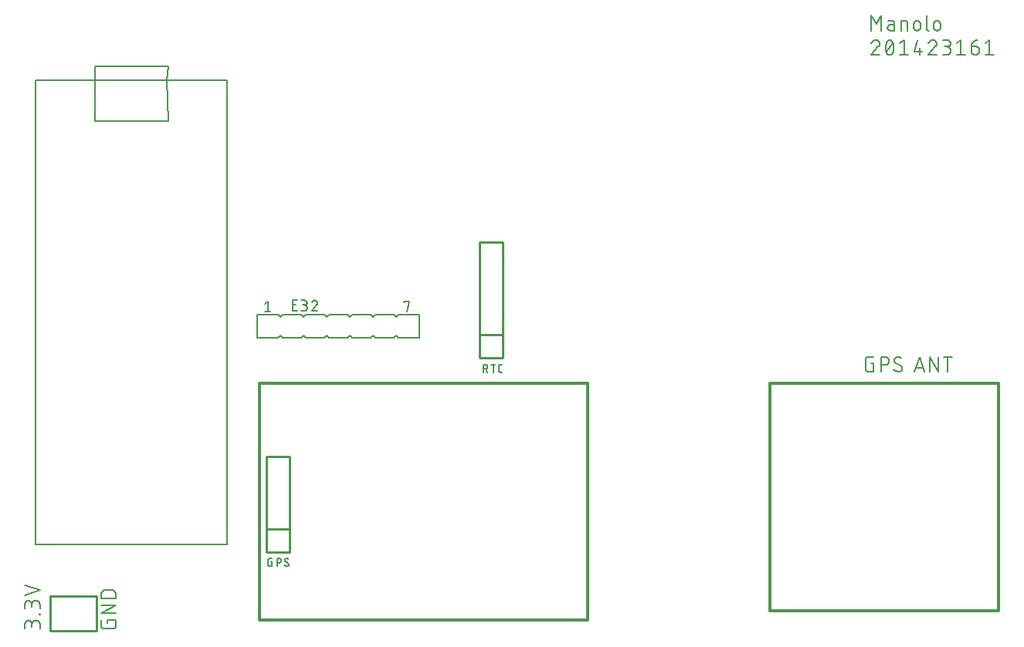
<source format=gbr>
G04 EAGLE Gerber RS-274X export*
G75*
%MOMM*%
%FSLAX34Y34*%
%LPD*%
%INSilkscreen Top*%
%IPPOS*%
%AMOC8*
5,1,8,0,0,1.08239X$1,22.5*%
G01*
%ADD10C,0.300000*%
%ADD11C,0.152400*%
%ADD12C,0.127000*%
%ADD13C,0.254000*%
%ADD14C,0.177800*%


D10*
X270000Y280000D02*
X630000Y280000D01*
X630000Y20000D01*
X270000Y20000D01*
X270000Y280000D01*
X830000Y280000D02*
X830000Y30000D01*
X1080000Y30000D01*
X1080000Y280000D01*
X830000Y280000D01*
D11*
X940762Y667432D02*
X940762Y683688D01*
X946181Y674657D01*
X951599Y683688D01*
X951599Y667432D01*
X961808Y673754D02*
X965872Y673754D01*
X961808Y673754D02*
X961696Y673752D01*
X961585Y673746D01*
X961474Y673736D01*
X961363Y673723D01*
X961253Y673705D01*
X961144Y673683D01*
X961035Y673658D01*
X960927Y673629D01*
X960821Y673596D01*
X960715Y673559D01*
X960611Y673519D01*
X960509Y673475D01*
X960408Y673427D01*
X960309Y673376D01*
X960211Y673321D01*
X960116Y673263D01*
X960023Y673202D01*
X959932Y673137D01*
X959843Y673069D01*
X959757Y672998D01*
X959674Y672925D01*
X959593Y672848D01*
X959514Y672768D01*
X959439Y672686D01*
X959367Y672601D01*
X959297Y672514D01*
X959231Y672424D01*
X959168Y672332D01*
X959108Y672237D01*
X959052Y672141D01*
X958999Y672043D01*
X958950Y671943D01*
X958904Y671841D01*
X958862Y671738D01*
X958823Y671633D01*
X958788Y671527D01*
X958757Y671420D01*
X958730Y671312D01*
X958706Y671203D01*
X958687Y671093D01*
X958671Y670983D01*
X958659Y670872D01*
X958651Y670760D01*
X958647Y670649D01*
X958647Y670537D01*
X958651Y670426D01*
X958659Y670314D01*
X958671Y670203D01*
X958687Y670093D01*
X958706Y669983D01*
X958730Y669874D01*
X958757Y669766D01*
X958788Y669659D01*
X958823Y669553D01*
X958862Y669448D01*
X958904Y669345D01*
X958950Y669243D01*
X958999Y669143D01*
X959052Y669045D01*
X959108Y668949D01*
X959168Y668854D01*
X959231Y668762D01*
X959297Y668672D01*
X959367Y668585D01*
X959439Y668500D01*
X959514Y668418D01*
X959593Y668338D01*
X959674Y668261D01*
X959757Y668188D01*
X959843Y668117D01*
X959932Y668049D01*
X960023Y667984D01*
X960116Y667923D01*
X960211Y667865D01*
X960309Y667810D01*
X960408Y667759D01*
X960509Y667711D01*
X960611Y667667D01*
X960715Y667627D01*
X960821Y667590D01*
X960927Y667557D01*
X961035Y667528D01*
X961144Y667503D01*
X961253Y667481D01*
X961363Y667463D01*
X961474Y667450D01*
X961585Y667440D01*
X961696Y667434D01*
X961808Y667432D01*
X965872Y667432D01*
X965872Y675560D01*
X965870Y675661D01*
X965864Y675762D01*
X965855Y675863D01*
X965842Y675964D01*
X965825Y676064D01*
X965804Y676163D01*
X965780Y676261D01*
X965752Y676358D01*
X965720Y676455D01*
X965685Y676550D01*
X965646Y676643D01*
X965604Y676735D01*
X965558Y676826D01*
X965509Y676915D01*
X965457Y677001D01*
X965401Y677086D01*
X965343Y677169D01*
X965281Y677249D01*
X965216Y677327D01*
X965149Y677403D01*
X965079Y677476D01*
X965006Y677546D01*
X964930Y677613D01*
X964852Y677678D01*
X964772Y677740D01*
X964689Y677798D01*
X964604Y677854D01*
X964518Y677906D01*
X964429Y677955D01*
X964338Y678001D01*
X964246Y678043D01*
X964153Y678082D01*
X964058Y678117D01*
X963961Y678149D01*
X963864Y678177D01*
X963766Y678201D01*
X963667Y678222D01*
X963567Y678239D01*
X963466Y678252D01*
X963365Y678261D01*
X963264Y678267D01*
X963163Y678269D01*
X959550Y678269D01*
X973310Y678269D02*
X973310Y667432D01*
X973310Y678269D02*
X977825Y678269D01*
X977929Y678267D01*
X978032Y678261D01*
X978136Y678251D01*
X978239Y678237D01*
X978341Y678219D01*
X978442Y678198D01*
X978543Y678172D01*
X978642Y678143D01*
X978741Y678110D01*
X978838Y678073D01*
X978933Y678032D01*
X979027Y677988D01*
X979119Y677940D01*
X979209Y677889D01*
X979298Y677834D01*
X979384Y677776D01*
X979467Y677714D01*
X979549Y677650D01*
X979627Y677582D01*
X979703Y677512D01*
X979777Y677439D01*
X979847Y677362D01*
X979915Y677284D01*
X979979Y677202D01*
X980041Y677119D01*
X980099Y677033D01*
X980154Y676944D01*
X980205Y676854D01*
X980253Y676762D01*
X980297Y676668D01*
X980338Y676573D01*
X980375Y676476D01*
X980408Y676377D01*
X980437Y676278D01*
X980463Y676177D01*
X980484Y676076D01*
X980502Y675974D01*
X980516Y675871D01*
X980526Y675767D01*
X980532Y675664D01*
X980534Y675560D01*
X980535Y675560D02*
X980535Y667432D01*
X987378Y671044D02*
X987378Y674657D01*
X987380Y674776D01*
X987386Y674896D01*
X987396Y675015D01*
X987410Y675133D01*
X987427Y675252D01*
X987449Y675369D01*
X987474Y675486D01*
X987504Y675601D01*
X987537Y675716D01*
X987574Y675830D01*
X987614Y675942D01*
X987659Y676053D01*
X987707Y676162D01*
X987758Y676270D01*
X987813Y676376D01*
X987872Y676480D01*
X987934Y676582D01*
X987999Y676682D01*
X988068Y676780D01*
X988140Y676876D01*
X988215Y676969D01*
X988292Y677059D01*
X988373Y677147D01*
X988457Y677232D01*
X988544Y677314D01*
X988633Y677394D01*
X988725Y677470D01*
X988819Y677544D01*
X988916Y677614D01*
X989014Y677681D01*
X989115Y677745D01*
X989219Y677805D01*
X989324Y677862D01*
X989431Y677915D01*
X989539Y677965D01*
X989649Y678011D01*
X989761Y678053D01*
X989874Y678092D01*
X989988Y678127D01*
X990103Y678158D01*
X990220Y678186D01*
X990337Y678209D01*
X990454Y678229D01*
X990573Y678245D01*
X990692Y678257D01*
X990811Y678265D01*
X990930Y678269D01*
X991050Y678269D01*
X991169Y678265D01*
X991288Y678257D01*
X991407Y678245D01*
X991526Y678229D01*
X991643Y678209D01*
X991760Y678186D01*
X991877Y678158D01*
X991992Y678127D01*
X992106Y678092D01*
X992219Y678053D01*
X992331Y678011D01*
X992441Y677965D01*
X992549Y677915D01*
X992656Y677862D01*
X992761Y677805D01*
X992865Y677745D01*
X992966Y677681D01*
X993064Y677614D01*
X993161Y677544D01*
X993255Y677470D01*
X993347Y677394D01*
X993436Y677314D01*
X993523Y677232D01*
X993607Y677147D01*
X993688Y677059D01*
X993765Y676969D01*
X993840Y676876D01*
X993912Y676780D01*
X993981Y676682D01*
X994046Y676582D01*
X994108Y676480D01*
X994167Y676376D01*
X994222Y676270D01*
X994273Y676162D01*
X994321Y676053D01*
X994366Y675942D01*
X994406Y675830D01*
X994443Y675716D01*
X994476Y675601D01*
X994506Y675486D01*
X994531Y675369D01*
X994553Y675252D01*
X994570Y675133D01*
X994584Y675015D01*
X994594Y674896D01*
X994600Y674776D01*
X994602Y674657D01*
X994603Y674657D02*
X994603Y671044D01*
X994602Y671044D02*
X994600Y670925D01*
X994594Y670805D01*
X994584Y670686D01*
X994570Y670568D01*
X994553Y670449D01*
X994531Y670332D01*
X994506Y670215D01*
X994476Y670100D01*
X994443Y669985D01*
X994406Y669871D01*
X994366Y669759D01*
X994321Y669648D01*
X994273Y669539D01*
X994222Y669431D01*
X994167Y669325D01*
X994108Y669221D01*
X994046Y669119D01*
X993981Y669019D01*
X993912Y668921D01*
X993840Y668825D01*
X993765Y668732D01*
X993688Y668642D01*
X993607Y668554D01*
X993523Y668469D01*
X993436Y668387D01*
X993347Y668307D01*
X993255Y668231D01*
X993161Y668157D01*
X993064Y668087D01*
X992966Y668020D01*
X992865Y667956D01*
X992761Y667896D01*
X992656Y667839D01*
X992549Y667786D01*
X992441Y667736D01*
X992331Y667690D01*
X992219Y667648D01*
X992106Y667609D01*
X991992Y667574D01*
X991877Y667543D01*
X991760Y667515D01*
X991643Y667492D01*
X991526Y667472D01*
X991407Y667456D01*
X991288Y667444D01*
X991169Y667436D01*
X991050Y667432D01*
X990930Y667432D01*
X990811Y667436D01*
X990692Y667444D01*
X990573Y667456D01*
X990454Y667472D01*
X990337Y667492D01*
X990220Y667515D01*
X990103Y667543D01*
X989988Y667574D01*
X989874Y667609D01*
X989761Y667648D01*
X989649Y667690D01*
X989539Y667736D01*
X989431Y667786D01*
X989324Y667839D01*
X989219Y667896D01*
X989115Y667956D01*
X989014Y668020D01*
X988916Y668087D01*
X988819Y668157D01*
X988725Y668231D01*
X988633Y668307D01*
X988544Y668387D01*
X988457Y668469D01*
X988373Y668554D01*
X988292Y668642D01*
X988215Y668732D01*
X988140Y668825D01*
X988068Y668921D01*
X987999Y669019D01*
X987934Y669119D01*
X987872Y669221D01*
X987813Y669325D01*
X987758Y669431D01*
X987707Y669539D01*
X987659Y669648D01*
X987614Y669759D01*
X987574Y669871D01*
X987537Y669985D01*
X987504Y670100D01*
X987474Y670215D01*
X987449Y670332D01*
X987427Y670449D01*
X987410Y670568D01*
X987396Y670686D01*
X987386Y670805D01*
X987380Y670925D01*
X987378Y671044D01*
X1001162Y670141D02*
X1001162Y683688D01*
X1001162Y670141D02*
X1001164Y670040D01*
X1001170Y669939D01*
X1001179Y669838D01*
X1001192Y669737D01*
X1001209Y669637D01*
X1001230Y669538D01*
X1001254Y669440D01*
X1001282Y669343D01*
X1001314Y669246D01*
X1001349Y669151D01*
X1001388Y669058D01*
X1001430Y668966D01*
X1001476Y668875D01*
X1001525Y668787D01*
X1001577Y668700D01*
X1001633Y668615D01*
X1001691Y668532D01*
X1001753Y668452D01*
X1001818Y668374D01*
X1001885Y668298D01*
X1001955Y668225D01*
X1002028Y668155D01*
X1002104Y668088D01*
X1002182Y668023D01*
X1002262Y667961D01*
X1002345Y667903D01*
X1002430Y667847D01*
X1002517Y667795D01*
X1002605Y667746D01*
X1002696Y667700D01*
X1002788Y667658D01*
X1002881Y667619D01*
X1002976Y667584D01*
X1003073Y667552D01*
X1003170Y667524D01*
X1003268Y667500D01*
X1003367Y667479D01*
X1003467Y667462D01*
X1003568Y667449D01*
X1003669Y667440D01*
X1003770Y667434D01*
X1003871Y667432D01*
X1009261Y671044D02*
X1009261Y674657D01*
X1009262Y674657D02*
X1009264Y674776D01*
X1009270Y674896D01*
X1009280Y675015D01*
X1009294Y675133D01*
X1009311Y675252D01*
X1009333Y675369D01*
X1009358Y675486D01*
X1009388Y675601D01*
X1009421Y675716D01*
X1009458Y675830D01*
X1009498Y675942D01*
X1009543Y676053D01*
X1009591Y676162D01*
X1009642Y676270D01*
X1009697Y676376D01*
X1009756Y676480D01*
X1009818Y676582D01*
X1009883Y676682D01*
X1009952Y676780D01*
X1010024Y676876D01*
X1010099Y676969D01*
X1010176Y677059D01*
X1010257Y677147D01*
X1010341Y677232D01*
X1010428Y677314D01*
X1010517Y677394D01*
X1010609Y677470D01*
X1010703Y677544D01*
X1010800Y677614D01*
X1010898Y677681D01*
X1010999Y677745D01*
X1011103Y677805D01*
X1011208Y677862D01*
X1011315Y677915D01*
X1011423Y677965D01*
X1011533Y678011D01*
X1011645Y678053D01*
X1011758Y678092D01*
X1011872Y678127D01*
X1011987Y678158D01*
X1012104Y678186D01*
X1012221Y678209D01*
X1012338Y678229D01*
X1012457Y678245D01*
X1012576Y678257D01*
X1012695Y678265D01*
X1012814Y678269D01*
X1012934Y678269D01*
X1013053Y678265D01*
X1013172Y678257D01*
X1013291Y678245D01*
X1013410Y678229D01*
X1013527Y678209D01*
X1013644Y678186D01*
X1013761Y678158D01*
X1013876Y678127D01*
X1013990Y678092D01*
X1014103Y678053D01*
X1014215Y678011D01*
X1014325Y677965D01*
X1014433Y677915D01*
X1014540Y677862D01*
X1014645Y677805D01*
X1014749Y677745D01*
X1014850Y677681D01*
X1014948Y677614D01*
X1015045Y677544D01*
X1015139Y677470D01*
X1015231Y677394D01*
X1015320Y677314D01*
X1015407Y677232D01*
X1015491Y677147D01*
X1015572Y677059D01*
X1015649Y676969D01*
X1015724Y676876D01*
X1015796Y676780D01*
X1015865Y676682D01*
X1015930Y676582D01*
X1015992Y676480D01*
X1016051Y676376D01*
X1016106Y676270D01*
X1016157Y676162D01*
X1016205Y676053D01*
X1016250Y675942D01*
X1016290Y675830D01*
X1016327Y675716D01*
X1016360Y675601D01*
X1016390Y675486D01*
X1016415Y675369D01*
X1016437Y675252D01*
X1016454Y675133D01*
X1016468Y675015D01*
X1016478Y674896D01*
X1016484Y674776D01*
X1016486Y674657D01*
X1016486Y671044D01*
X1016484Y670925D01*
X1016478Y670805D01*
X1016468Y670686D01*
X1016454Y670568D01*
X1016437Y670449D01*
X1016415Y670332D01*
X1016390Y670215D01*
X1016360Y670100D01*
X1016327Y669985D01*
X1016290Y669871D01*
X1016250Y669759D01*
X1016205Y669648D01*
X1016157Y669539D01*
X1016106Y669431D01*
X1016051Y669325D01*
X1015992Y669221D01*
X1015930Y669119D01*
X1015865Y669019D01*
X1015796Y668921D01*
X1015724Y668825D01*
X1015649Y668732D01*
X1015572Y668642D01*
X1015491Y668554D01*
X1015407Y668469D01*
X1015320Y668387D01*
X1015231Y668307D01*
X1015139Y668231D01*
X1015045Y668157D01*
X1014948Y668087D01*
X1014850Y668020D01*
X1014749Y667956D01*
X1014645Y667896D01*
X1014540Y667839D01*
X1014433Y667786D01*
X1014325Y667736D01*
X1014215Y667690D01*
X1014103Y667648D01*
X1013990Y667609D01*
X1013876Y667574D01*
X1013761Y667543D01*
X1013644Y667515D01*
X1013527Y667492D01*
X1013410Y667472D01*
X1013291Y667456D01*
X1013172Y667444D01*
X1013053Y667436D01*
X1012934Y667432D01*
X1012814Y667432D01*
X1012695Y667436D01*
X1012576Y667444D01*
X1012457Y667456D01*
X1012338Y667472D01*
X1012221Y667492D01*
X1012104Y667515D01*
X1011987Y667543D01*
X1011872Y667574D01*
X1011758Y667609D01*
X1011645Y667648D01*
X1011533Y667690D01*
X1011423Y667736D01*
X1011315Y667786D01*
X1011208Y667839D01*
X1011103Y667896D01*
X1010999Y667956D01*
X1010898Y668020D01*
X1010800Y668087D01*
X1010703Y668157D01*
X1010609Y668231D01*
X1010517Y668307D01*
X1010428Y668387D01*
X1010341Y668469D01*
X1010257Y668554D01*
X1010176Y668642D01*
X1010099Y668732D01*
X1010024Y668825D01*
X1009952Y668921D01*
X1009883Y669019D01*
X1009818Y669119D01*
X1009756Y669221D01*
X1009697Y669325D01*
X1009642Y669431D01*
X1009591Y669539D01*
X1009543Y669648D01*
X1009498Y669759D01*
X1009458Y669871D01*
X1009421Y669985D01*
X1009388Y670100D01*
X1009358Y670215D01*
X1009333Y670332D01*
X1009311Y670449D01*
X1009294Y670568D01*
X1009280Y670686D01*
X1009270Y670805D01*
X1009264Y670925D01*
X1009262Y671044D01*
X949793Y652954D02*
X949791Y653079D01*
X949785Y653204D01*
X949776Y653329D01*
X949762Y653453D01*
X949745Y653577D01*
X949724Y653701D01*
X949699Y653823D01*
X949670Y653945D01*
X949638Y654066D01*
X949602Y654186D01*
X949562Y654305D01*
X949519Y654422D01*
X949472Y654538D01*
X949421Y654653D01*
X949367Y654765D01*
X949309Y654877D01*
X949249Y654986D01*
X949184Y655093D01*
X949117Y655199D01*
X949046Y655302D01*
X948972Y655403D01*
X948895Y655502D01*
X948815Y655598D01*
X948732Y655692D01*
X948647Y655783D01*
X948558Y655872D01*
X948467Y655957D01*
X948373Y656040D01*
X948277Y656120D01*
X948178Y656197D01*
X948077Y656271D01*
X947974Y656342D01*
X947868Y656409D01*
X947761Y656474D01*
X947652Y656534D01*
X947540Y656592D01*
X947428Y656646D01*
X947313Y656697D01*
X947197Y656744D01*
X947080Y656787D01*
X946961Y656827D01*
X946841Y656863D01*
X946720Y656895D01*
X946598Y656924D01*
X946476Y656949D01*
X946352Y656970D01*
X946228Y656987D01*
X946104Y657001D01*
X945979Y657010D01*
X945854Y657016D01*
X945729Y657018D01*
X945586Y657016D01*
X945444Y657010D01*
X945301Y657000D01*
X945159Y656987D01*
X945018Y656969D01*
X944876Y656948D01*
X944736Y656923D01*
X944596Y656894D01*
X944457Y656861D01*
X944319Y656824D01*
X944182Y656784D01*
X944047Y656740D01*
X943912Y656692D01*
X943779Y656640D01*
X943647Y656585D01*
X943517Y656526D01*
X943389Y656464D01*
X943262Y656398D01*
X943137Y656329D01*
X943014Y656257D01*
X942894Y656181D01*
X942775Y656102D01*
X942658Y656019D01*
X942544Y655934D01*
X942432Y655845D01*
X942323Y655754D01*
X942216Y655659D01*
X942111Y655562D01*
X942010Y655461D01*
X941911Y655358D01*
X941815Y655253D01*
X941722Y655144D01*
X941632Y655033D01*
X941545Y654920D01*
X941461Y654805D01*
X941381Y654687D01*
X941303Y654567D01*
X941229Y654445D01*
X941159Y654321D01*
X941091Y654195D01*
X941028Y654067D01*
X940967Y653938D01*
X940910Y653807D01*
X940857Y653675D01*
X940808Y653541D01*
X940762Y653406D01*
X948438Y649793D02*
X948532Y649885D01*
X948622Y649979D01*
X948710Y650076D01*
X948795Y650176D01*
X948877Y650278D01*
X948956Y650383D01*
X949031Y650490D01*
X949103Y650599D01*
X949172Y650710D01*
X949238Y650824D01*
X949300Y650939D01*
X949359Y651056D01*
X949414Y651175D01*
X949465Y651295D01*
X949513Y651417D01*
X949558Y651540D01*
X949598Y651664D01*
X949635Y651790D01*
X949668Y651917D01*
X949697Y652044D01*
X949723Y652173D01*
X949744Y652302D01*
X949762Y652432D01*
X949775Y652562D01*
X949785Y652692D01*
X949791Y652823D01*
X949793Y652954D01*
X948438Y649793D02*
X940762Y640762D01*
X949793Y640762D01*
X956393Y648890D02*
X956397Y649210D01*
X956408Y649529D01*
X956427Y649849D01*
X956454Y650167D01*
X956488Y650485D01*
X956530Y650802D01*
X956580Y651118D01*
X956637Y651433D01*
X956701Y651746D01*
X956773Y652058D01*
X956852Y652368D01*
X956939Y652675D01*
X957033Y652981D01*
X957134Y653284D01*
X957243Y653585D01*
X957358Y653883D01*
X957481Y654179D01*
X957611Y654471D01*
X957748Y654760D01*
X957748Y654761D02*
X957787Y654869D01*
X957830Y654976D01*
X957876Y655081D01*
X957927Y655185D01*
X957980Y655287D01*
X958037Y655387D01*
X958098Y655485D01*
X958162Y655580D01*
X958229Y655674D01*
X958300Y655765D01*
X958373Y655854D01*
X958450Y655940D01*
X958529Y656023D01*
X958611Y656104D01*
X958696Y656182D01*
X958784Y656256D01*
X958874Y656328D01*
X958966Y656396D01*
X959061Y656462D01*
X959158Y656524D01*
X959257Y656582D01*
X959359Y656638D01*
X959461Y656689D01*
X959566Y656737D01*
X959672Y656782D01*
X959780Y656823D01*
X959889Y656860D01*
X959999Y656893D01*
X960111Y656922D01*
X960223Y656948D01*
X960336Y656970D01*
X960450Y656987D01*
X960564Y657001D01*
X960679Y657011D01*
X960794Y657017D01*
X960909Y657019D01*
X960909Y657018D02*
X961024Y657016D01*
X961139Y657010D01*
X961254Y657000D01*
X961368Y656986D01*
X961482Y656969D01*
X961595Y656947D01*
X961707Y656921D01*
X961819Y656892D01*
X961929Y656859D01*
X962038Y656822D01*
X962146Y656781D01*
X962252Y656736D01*
X962357Y656688D01*
X962459Y656637D01*
X962560Y656581D01*
X962660Y656523D01*
X962757Y656461D01*
X962851Y656396D01*
X962944Y656327D01*
X963034Y656255D01*
X963122Y656181D01*
X963207Y656103D01*
X963289Y656022D01*
X963368Y655939D01*
X963445Y655853D01*
X963518Y655764D01*
X963589Y655673D01*
X963656Y655579D01*
X963720Y655484D01*
X963781Y655386D01*
X963838Y655286D01*
X963891Y655184D01*
X963942Y655080D01*
X963988Y654975D01*
X964031Y654868D01*
X964070Y654760D01*
X964069Y654760D02*
X964206Y654471D01*
X964336Y654179D01*
X964459Y653883D01*
X964574Y653585D01*
X964683Y653284D01*
X964784Y652981D01*
X964878Y652675D01*
X964965Y652368D01*
X965044Y652058D01*
X965116Y651746D01*
X965180Y651433D01*
X965237Y651118D01*
X965287Y650802D01*
X965329Y650485D01*
X965363Y650167D01*
X965390Y649849D01*
X965409Y649529D01*
X965420Y649210D01*
X965424Y648890D01*
X956394Y648890D02*
X956398Y648570D01*
X956409Y648251D01*
X956428Y647931D01*
X956455Y647613D01*
X956489Y647295D01*
X956531Y646978D01*
X956581Y646662D01*
X956638Y646347D01*
X956702Y646034D01*
X956774Y645722D01*
X956853Y645412D01*
X956940Y645105D01*
X957034Y644799D01*
X957135Y644496D01*
X957244Y644195D01*
X957359Y643897D01*
X957482Y643601D01*
X957612Y643309D01*
X957749Y643020D01*
X957748Y643020D02*
X957787Y642912D01*
X957830Y642805D01*
X957876Y642700D01*
X957927Y642596D01*
X957980Y642494D01*
X958037Y642394D01*
X958098Y642296D01*
X958162Y642201D01*
X958229Y642107D01*
X958300Y642016D01*
X958373Y641927D01*
X958450Y641841D01*
X958529Y641758D01*
X958611Y641677D01*
X958696Y641599D01*
X958784Y641525D01*
X958874Y641453D01*
X958967Y641384D01*
X959061Y641319D01*
X959158Y641257D01*
X959258Y641199D01*
X959359Y641143D01*
X959461Y641092D01*
X959566Y641044D01*
X959672Y640999D01*
X959780Y640958D01*
X959889Y640921D01*
X959999Y640888D01*
X960111Y640859D01*
X960223Y640833D01*
X960336Y640811D01*
X960450Y640794D01*
X960564Y640780D01*
X960679Y640770D01*
X960794Y640764D01*
X960909Y640762D01*
X964069Y643020D02*
X964206Y643309D01*
X964336Y643601D01*
X964459Y643897D01*
X964574Y644195D01*
X964683Y644496D01*
X964784Y644799D01*
X964878Y645105D01*
X964965Y645412D01*
X965044Y645722D01*
X965116Y646034D01*
X965180Y646347D01*
X965237Y646662D01*
X965287Y646978D01*
X965329Y647295D01*
X965363Y647613D01*
X965390Y647931D01*
X965409Y648251D01*
X965420Y648570D01*
X965424Y648890D01*
X964070Y643020D02*
X964031Y642912D01*
X963988Y642805D01*
X963942Y642700D01*
X963891Y642596D01*
X963838Y642494D01*
X963781Y642394D01*
X963720Y642296D01*
X963656Y642201D01*
X963589Y642107D01*
X963518Y642016D01*
X963445Y641927D01*
X963368Y641841D01*
X963289Y641758D01*
X963207Y641677D01*
X963122Y641599D01*
X963034Y641525D01*
X962944Y641453D01*
X962851Y641384D01*
X962757Y641319D01*
X962660Y641257D01*
X962560Y641199D01*
X962459Y641143D01*
X962356Y641092D01*
X962252Y641044D01*
X962146Y640999D01*
X962038Y640958D01*
X961929Y640921D01*
X961819Y640888D01*
X961707Y640859D01*
X961595Y640833D01*
X961482Y640811D01*
X961368Y640794D01*
X961254Y640780D01*
X961139Y640770D01*
X961024Y640764D01*
X960909Y640762D01*
X957296Y644374D02*
X964521Y653406D01*
X972024Y653406D02*
X976540Y657018D01*
X976540Y640762D01*
X972024Y640762D02*
X981056Y640762D01*
X987656Y644374D02*
X991268Y657018D01*
X987656Y644374D02*
X996687Y644374D01*
X993977Y640762D02*
X993977Y647987D01*
X1008254Y657018D02*
X1008379Y657016D01*
X1008504Y657010D01*
X1008629Y657001D01*
X1008753Y656987D01*
X1008877Y656970D01*
X1009001Y656949D01*
X1009123Y656924D01*
X1009245Y656895D01*
X1009366Y656863D01*
X1009486Y656827D01*
X1009605Y656787D01*
X1009722Y656744D01*
X1009838Y656697D01*
X1009953Y656646D01*
X1010065Y656592D01*
X1010177Y656534D01*
X1010286Y656474D01*
X1010393Y656409D01*
X1010499Y656342D01*
X1010602Y656271D01*
X1010703Y656197D01*
X1010802Y656120D01*
X1010898Y656040D01*
X1010992Y655957D01*
X1011083Y655872D01*
X1011172Y655783D01*
X1011257Y655692D01*
X1011340Y655598D01*
X1011420Y655502D01*
X1011497Y655403D01*
X1011571Y655302D01*
X1011642Y655199D01*
X1011709Y655093D01*
X1011774Y654986D01*
X1011834Y654877D01*
X1011892Y654765D01*
X1011946Y654653D01*
X1011997Y654538D01*
X1012044Y654422D01*
X1012087Y654305D01*
X1012127Y654186D01*
X1012163Y654066D01*
X1012195Y653945D01*
X1012224Y653823D01*
X1012249Y653701D01*
X1012270Y653577D01*
X1012287Y653453D01*
X1012301Y653329D01*
X1012310Y653204D01*
X1012316Y653079D01*
X1012318Y652954D01*
X1008254Y657018D02*
X1008111Y657016D01*
X1007969Y657010D01*
X1007826Y657000D01*
X1007684Y656987D01*
X1007543Y656969D01*
X1007401Y656948D01*
X1007261Y656923D01*
X1007121Y656894D01*
X1006982Y656861D01*
X1006844Y656824D01*
X1006707Y656784D01*
X1006572Y656740D01*
X1006437Y656692D01*
X1006304Y656640D01*
X1006172Y656585D01*
X1006042Y656526D01*
X1005914Y656464D01*
X1005787Y656398D01*
X1005662Y656329D01*
X1005539Y656257D01*
X1005419Y656181D01*
X1005300Y656102D01*
X1005183Y656019D01*
X1005069Y655934D01*
X1004957Y655845D01*
X1004848Y655754D01*
X1004741Y655659D01*
X1004636Y655562D01*
X1004535Y655461D01*
X1004436Y655358D01*
X1004340Y655253D01*
X1004247Y655144D01*
X1004157Y655033D01*
X1004070Y654920D01*
X1003986Y654805D01*
X1003906Y654687D01*
X1003828Y654567D01*
X1003754Y654445D01*
X1003684Y654321D01*
X1003616Y654195D01*
X1003553Y654067D01*
X1003492Y653938D01*
X1003435Y653807D01*
X1003382Y653675D01*
X1003333Y653541D01*
X1003287Y653406D01*
X1010963Y649793D02*
X1011057Y649885D01*
X1011147Y649979D01*
X1011235Y650076D01*
X1011320Y650176D01*
X1011402Y650278D01*
X1011481Y650383D01*
X1011556Y650490D01*
X1011628Y650599D01*
X1011697Y650710D01*
X1011763Y650824D01*
X1011825Y650939D01*
X1011884Y651056D01*
X1011939Y651175D01*
X1011990Y651295D01*
X1012038Y651417D01*
X1012083Y651540D01*
X1012123Y651664D01*
X1012160Y651790D01*
X1012193Y651917D01*
X1012222Y652044D01*
X1012248Y652173D01*
X1012269Y652302D01*
X1012287Y652432D01*
X1012300Y652562D01*
X1012310Y652692D01*
X1012316Y652823D01*
X1012318Y652954D01*
X1010963Y649793D02*
X1003287Y640762D01*
X1012318Y640762D01*
X1018918Y640762D02*
X1023434Y640762D01*
X1023567Y640764D01*
X1023699Y640770D01*
X1023831Y640780D01*
X1023963Y640793D01*
X1024095Y640811D01*
X1024225Y640832D01*
X1024356Y640857D01*
X1024485Y640886D01*
X1024613Y640919D01*
X1024741Y640955D01*
X1024867Y640995D01*
X1024992Y641039D01*
X1025116Y641087D01*
X1025238Y641138D01*
X1025359Y641193D01*
X1025478Y641251D01*
X1025596Y641313D01*
X1025711Y641378D01*
X1025825Y641447D01*
X1025936Y641518D01*
X1026045Y641594D01*
X1026152Y641672D01*
X1026257Y641753D01*
X1026359Y641838D01*
X1026459Y641925D01*
X1026556Y642015D01*
X1026651Y642108D01*
X1026742Y642204D01*
X1026831Y642302D01*
X1026917Y642403D01*
X1027000Y642507D01*
X1027080Y642613D01*
X1027156Y642721D01*
X1027230Y642831D01*
X1027300Y642944D01*
X1027367Y643058D01*
X1027430Y643175D01*
X1027490Y643293D01*
X1027547Y643413D01*
X1027600Y643535D01*
X1027649Y643658D01*
X1027695Y643782D01*
X1027737Y643908D01*
X1027775Y644035D01*
X1027810Y644163D01*
X1027841Y644292D01*
X1027868Y644421D01*
X1027891Y644552D01*
X1027911Y644683D01*
X1027926Y644815D01*
X1027938Y644947D01*
X1027946Y645079D01*
X1027950Y645212D01*
X1027950Y645344D01*
X1027946Y645477D01*
X1027938Y645609D01*
X1027926Y645741D01*
X1027911Y645873D01*
X1027891Y646004D01*
X1027868Y646135D01*
X1027841Y646264D01*
X1027810Y646393D01*
X1027775Y646521D01*
X1027737Y646648D01*
X1027695Y646774D01*
X1027649Y646898D01*
X1027600Y647021D01*
X1027547Y647143D01*
X1027490Y647263D01*
X1027430Y647381D01*
X1027367Y647498D01*
X1027300Y647612D01*
X1027230Y647725D01*
X1027156Y647835D01*
X1027080Y647943D01*
X1027000Y648049D01*
X1026917Y648153D01*
X1026831Y648254D01*
X1026742Y648352D01*
X1026651Y648448D01*
X1026556Y648541D01*
X1026459Y648631D01*
X1026359Y648718D01*
X1026257Y648803D01*
X1026152Y648884D01*
X1026045Y648962D01*
X1025936Y649038D01*
X1025825Y649109D01*
X1025711Y649178D01*
X1025596Y649243D01*
X1025478Y649305D01*
X1025359Y649363D01*
X1025238Y649418D01*
X1025116Y649469D01*
X1024992Y649517D01*
X1024867Y649561D01*
X1024741Y649601D01*
X1024613Y649637D01*
X1024485Y649670D01*
X1024356Y649699D01*
X1024225Y649724D01*
X1024095Y649745D01*
X1023963Y649763D01*
X1023831Y649776D01*
X1023699Y649786D01*
X1023567Y649792D01*
X1023434Y649794D01*
X1024337Y657018D02*
X1018918Y657018D01*
X1024337Y657018D02*
X1024456Y657016D01*
X1024576Y657010D01*
X1024695Y657000D01*
X1024813Y656986D01*
X1024932Y656969D01*
X1025049Y656947D01*
X1025166Y656922D01*
X1025281Y656892D01*
X1025396Y656859D01*
X1025510Y656822D01*
X1025622Y656782D01*
X1025733Y656737D01*
X1025842Y656689D01*
X1025950Y656638D01*
X1026056Y656583D01*
X1026160Y656524D01*
X1026262Y656462D01*
X1026362Y656397D01*
X1026460Y656328D01*
X1026556Y656256D01*
X1026649Y656181D01*
X1026739Y656104D01*
X1026827Y656023D01*
X1026912Y655939D01*
X1026994Y655852D01*
X1027074Y655763D01*
X1027150Y655671D01*
X1027224Y655577D01*
X1027294Y655480D01*
X1027361Y655382D01*
X1027425Y655281D01*
X1027485Y655177D01*
X1027542Y655072D01*
X1027595Y654965D01*
X1027645Y654857D01*
X1027691Y654747D01*
X1027733Y654635D01*
X1027772Y654522D01*
X1027807Y654408D01*
X1027838Y654293D01*
X1027866Y654176D01*
X1027889Y654059D01*
X1027909Y653942D01*
X1027925Y653823D01*
X1027937Y653704D01*
X1027945Y653585D01*
X1027949Y653466D01*
X1027949Y653346D01*
X1027945Y653227D01*
X1027937Y653108D01*
X1027925Y652989D01*
X1027909Y652870D01*
X1027889Y652753D01*
X1027866Y652636D01*
X1027838Y652519D01*
X1027807Y652404D01*
X1027772Y652290D01*
X1027733Y652177D01*
X1027691Y652065D01*
X1027645Y651955D01*
X1027595Y651847D01*
X1027542Y651740D01*
X1027485Y651635D01*
X1027425Y651531D01*
X1027361Y651430D01*
X1027294Y651332D01*
X1027224Y651235D01*
X1027150Y651141D01*
X1027074Y651049D01*
X1026994Y650960D01*
X1026912Y650873D01*
X1026827Y650789D01*
X1026739Y650708D01*
X1026649Y650631D01*
X1026556Y650556D01*
X1026460Y650484D01*
X1026362Y650415D01*
X1026262Y650350D01*
X1026160Y650288D01*
X1026056Y650229D01*
X1025950Y650174D01*
X1025842Y650123D01*
X1025733Y650075D01*
X1025622Y650030D01*
X1025510Y649990D01*
X1025396Y649953D01*
X1025281Y649920D01*
X1025166Y649890D01*
X1025049Y649865D01*
X1024932Y649843D01*
X1024813Y649826D01*
X1024695Y649812D01*
X1024576Y649802D01*
X1024456Y649796D01*
X1024337Y649794D01*
X1024337Y649793D02*
X1020724Y649793D01*
X1034549Y653406D02*
X1039065Y657018D01*
X1039065Y640762D01*
X1043580Y640762D02*
X1034549Y640762D01*
X1050181Y649793D02*
X1055599Y649793D01*
X1055717Y649791D01*
X1055835Y649785D01*
X1055953Y649776D01*
X1056070Y649762D01*
X1056187Y649745D01*
X1056304Y649724D01*
X1056419Y649699D01*
X1056534Y649670D01*
X1056648Y649637D01*
X1056760Y649601D01*
X1056871Y649561D01*
X1056981Y649518D01*
X1057090Y649471D01*
X1057197Y649421D01*
X1057302Y649366D01*
X1057405Y649309D01*
X1057506Y649248D01*
X1057606Y649184D01*
X1057703Y649117D01*
X1057798Y649047D01*
X1057890Y648973D01*
X1057981Y648897D01*
X1058068Y648817D01*
X1058153Y648735D01*
X1058235Y648650D01*
X1058315Y648563D01*
X1058391Y648472D01*
X1058465Y648380D01*
X1058535Y648285D01*
X1058602Y648188D01*
X1058666Y648088D01*
X1058727Y647987D01*
X1058784Y647884D01*
X1058839Y647779D01*
X1058889Y647672D01*
X1058936Y647563D01*
X1058979Y647453D01*
X1059019Y647342D01*
X1059055Y647230D01*
X1059088Y647116D01*
X1059117Y647001D01*
X1059142Y646886D01*
X1059163Y646769D01*
X1059180Y646652D01*
X1059194Y646535D01*
X1059203Y646417D01*
X1059209Y646299D01*
X1059211Y646181D01*
X1059212Y646181D02*
X1059212Y645278D01*
X1059210Y645145D01*
X1059204Y645013D01*
X1059194Y644881D01*
X1059181Y644749D01*
X1059163Y644617D01*
X1059142Y644487D01*
X1059117Y644356D01*
X1059088Y644227D01*
X1059055Y644099D01*
X1059019Y643971D01*
X1058979Y643845D01*
X1058935Y643720D01*
X1058887Y643596D01*
X1058836Y643474D01*
X1058781Y643353D01*
X1058723Y643234D01*
X1058661Y643116D01*
X1058596Y643001D01*
X1058527Y642887D01*
X1058456Y642776D01*
X1058380Y642667D01*
X1058302Y642560D01*
X1058221Y642455D01*
X1058136Y642353D01*
X1058049Y642253D01*
X1057959Y642156D01*
X1057866Y642061D01*
X1057770Y641970D01*
X1057672Y641881D01*
X1057571Y641795D01*
X1057467Y641712D01*
X1057361Y641632D01*
X1057253Y641556D01*
X1057143Y641482D01*
X1057030Y641412D01*
X1056916Y641345D01*
X1056799Y641282D01*
X1056681Y641222D01*
X1056561Y641165D01*
X1056439Y641112D01*
X1056316Y641063D01*
X1056192Y641017D01*
X1056066Y640975D01*
X1055939Y640937D01*
X1055811Y640902D01*
X1055682Y640871D01*
X1055553Y640844D01*
X1055422Y640821D01*
X1055291Y640801D01*
X1055159Y640786D01*
X1055027Y640774D01*
X1054895Y640766D01*
X1054762Y640762D01*
X1054630Y640762D01*
X1054497Y640766D01*
X1054365Y640774D01*
X1054233Y640786D01*
X1054101Y640801D01*
X1053970Y640821D01*
X1053839Y640844D01*
X1053710Y640871D01*
X1053581Y640902D01*
X1053453Y640937D01*
X1053326Y640975D01*
X1053200Y641017D01*
X1053076Y641063D01*
X1052953Y641112D01*
X1052831Y641165D01*
X1052711Y641222D01*
X1052593Y641282D01*
X1052476Y641345D01*
X1052362Y641412D01*
X1052249Y641482D01*
X1052139Y641556D01*
X1052031Y641632D01*
X1051925Y641712D01*
X1051821Y641795D01*
X1051720Y641881D01*
X1051622Y641970D01*
X1051526Y642061D01*
X1051433Y642156D01*
X1051343Y642253D01*
X1051256Y642353D01*
X1051171Y642455D01*
X1051090Y642560D01*
X1051012Y642667D01*
X1050936Y642776D01*
X1050865Y642887D01*
X1050796Y643001D01*
X1050731Y643116D01*
X1050669Y643234D01*
X1050611Y643353D01*
X1050556Y643474D01*
X1050505Y643596D01*
X1050457Y643720D01*
X1050413Y643845D01*
X1050373Y643971D01*
X1050337Y644099D01*
X1050304Y644227D01*
X1050275Y644356D01*
X1050250Y644487D01*
X1050229Y644617D01*
X1050211Y644749D01*
X1050198Y644881D01*
X1050188Y645013D01*
X1050182Y645145D01*
X1050180Y645278D01*
X1050181Y645278D02*
X1050181Y649793D01*
X1050180Y649793D02*
X1050182Y649970D01*
X1050189Y650148D01*
X1050200Y650325D01*
X1050215Y650501D01*
X1050234Y650677D01*
X1050258Y650853D01*
X1050286Y651028D01*
X1050319Y651203D01*
X1050356Y651376D01*
X1050397Y651549D01*
X1050442Y651720D01*
X1050491Y651890D01*
X1050545Y652059D01*
X1050602Y652227D01*
X1050664Y652393D01*
X1050730Y652558D01*
X1050800Y652721D01*
X1050874Y652882D01*
X1050951Y653041D01*
X1051033Y653199D01*
X1051119Y653354D01*
X1051208Y653507D01*
X1051301Y653658D01*
X1051398Y653807D01*
X1051498Y653953D01*
X1051602Y654097D01*
X1051709Y654238D01*
X1051820Y654376D01*
X1051934Y654512D01*
X1052052Y654645D01*
X1052172Y654775D01*
X1052296Y654902D01*
X1052423Y655026D01*
X1052553Y655146D01*
X1052686Y655264D01*
X1052821Y655378D01*
X1052960Y655489D01*
X1053101Y655596D01*
X1053245Y655700D01*
X1053391Y655800D01*
X1053540Y655897D01*
X1053691Y655990D01*
X1053844Y656079D01*
X1053999Y656165D01*
X1054157Y656247D01*
X1054316Y656324D01*
X1054477Y656398D01*
X1054640Y656468D01*
X1054805Y656534D01*
X1054971Y656596D01*
X1055139Y656653D01*
X1055308Y656707D01*
X1055478Y656756D01*
X1055649Y656801D01*
X1055822Y656842D01*
X1055995Y656879D01*
X1056170Y656912D01*
X1056345Y656940D01*
X1056521Y656964D01*
X1056697Y656983D01*
X1056873Y656998D01*
X1057050Y657009D01*
X1057228Y657016D01*
X1057405Y657018D01*
X1065812Y653406D02*
X1070327Y657018D01*
X1070327Y640762D01*
X1065812Y640762D02*
X1074843Y640762D01*
X29238Y15278D02*
X29238Y10762D01*
X29238Y15278D02*
X29236Y15411D01*
X29230Y15543D01*
X29220Y15675D01*
X29207Y15807D01*
X29189Y15939D01*
X29168Y16069D01*
X29143Y16200D01*
X29114Y16329D01*
X29081Y16457D01*
X29045Y16585D01*
X29005Y16711D01*
X28961Y16836D01*
X28913Y16960D01*
X28862Y17082D01*
X28807Y17203D01*
X28749Y17322D01*
X28687Y17440D01*
X28622Y17555D01*
X28553Y17669D01*
X28482Y17780D01*
X28406Y17889D01*
X28328Y17996D01*
X28247Y18101D01*
X28162Y18203D01*
X28075Y18303D01*
X27985Y18400D01*
X27892Y18495D01*
X27796Y18586D01*
X27698Y18675D01*
X27597Y18761D01*
X27493Y18844D01*
X27387Y18924D01*
X27279Y19000D01*
X27169Y19074D01*
X27056Y19144D01*
X26942Y19211D01*
X26825Y19274D01*
X26707Y19334D01*
X26587Y19391D01*
X26465Y19444D01*
X26342Y19493D01*
X26218Y19539D01*
X26092Y19581D01*
X25965Y19619D01*
X25837Y19654D01*
X25708Y19685D01*
X25579Y19712D01*
X25448Y19735D01*
X25317Y19755D01*
X25185Y19770D01*
X25053Y19782D01*
X24921Y19790D01*
X24788Y19794D01*
X24656Y19794D01*
X24523Y19790D01*
X24391Y19782D01*
X24259Y19770D01*
X24127Y19755D01*
X23996Y19735D01*
X23865Y19712D01*
X23736Y19685D01*
X23607Y19654D01*
X23479Y19619D01*
X23352Y19581D01*
X23226Y19539D01*
X23102Y19493D01*
X22979Y19444D01*
X22857Y19391D01*
X22737Y19334D01*
X22619Y19274D01*
X22502Y19211D01*
X22388Y19144D01*
X22275Y19074D01*
X22165Y19000D01*
X22057Y18924D01*
X21951Y18844D01*
X21847Y18761D01*
X21746Y18675D01*
X21648Y18586D01*
X21552Y18495D01*
X21459Y18400D01*
X21369Y18303D01*
X21282Y18203D01*
X21197Y18101D01*
X21116Y17996D01*
X21038Y17889D01*
X20962Y17780D01*
X20891Y17669D01*
X20822Y17555D01*
X20757Y17440D01*
X20695Y17322D01*
X20637Y17203D01*
X20582Y17082D01*
X20531Y16960D01*
X20483Y16836D01*
X20439Y16711D01*
X20399Y16585D01*
X20363Y16457D01*
X20330Y16329D01*
X20301Y16200D01*
X20276Y16069D01*
X20255Y15939D01*
X20237Y15807D01*
X20224Y15675D01*
X20214Y15543D01*
X20208Y15411D01*
X20206Y15278D01*
X12982Y16181D02*
X12982Y10762D01*
X12982Y16181D02*
X12984Y16300D01*
X12990Y16420D01*
X13000Y16539D01*
X13014Y16657D01*
X13031Y16776D01*
X13053Y16893D01*
X13078Y17010D01*
X13108Y17125D01*
X13141Y17240D01*
X13178Y17354D01*
X13218Y17466D01*
X13263Y17577D01*
X13311Y17686D01*
X13362Y17794D01*
X13417Y17900D01*
X13476Y18004D01*
X13538Y18106D01*
X13603Y18206D01*
X13672Y18304D01*
X13744Y18400D01*
X13819Y18493D01*
X13896Y18583D01*
X13977Y18671D01*
X14061Y18756D01*
X14148Y18838D01*
X14237Y18918D01*
X14329Y18994D01*
X14423Y19068D01*
X14520Y19138D01*
X14618Y19205D01*
X14719Y19269D01*
X14823Y19329D01*
X14928Y19386D01*
X15035Y19439D01*
X15143Y19489D01*
X15253Y19535D01*
X15365Y19577D01*
X15478Y19616D01*
X15592Y19651D01*
X15707Y19682D01*
X15824Y19710D01*
X15941Y19733D01*
X16058Y19753D01*
X16177Y19769D01*
X16296Y19781D01*
X16415Y19789D01*
X16534Y19793D01*
X16654Y19793D01*
X16773Y19789D01*
X16892Y19781D01*
X17011Y19769D01*
X17130Y19753D01*
X17247Y19733D01*
X17364Y19710D01*
X17481Y19682D01*
X17596Y19651D01*
X17710Y19616D01*
X17823Y19577D01*
X17935Y19535D01*
X18045Y19489D01*
X18153Y19439D01*
X18260Y19386D01*
X18365Y19329D01*
X18469Y19269D01*
X18570Y19205D01*
X18668Y19138D01*
X18765Y19068D01*
X18859Y18994D01*
X18951Y18918D01*
X19040Y18838D01*
X19127Y18756D01*
X19211Y18671D01*
X19292Y18583D01*
X19369Y18493D01*
X19444Y18400D01*
X19516Y18304D01*
X19585Y18206D01*
X19650Y18106D01*
X19712Y18004D01*
X19771Y17900D01*
X19826Y17794D01*
X19877Y17686D01*
X19925Y17577D01*
X19970Y17466D01*
X20010Y17354D01*
X20047Y17240D01*
X20080Y17125D01*
X20110Y17010D01*
X20135Y16893D01*
X20157Y16776D01*
X20174Y16657D01*
X20188Y16539D01*
X20198Y16420D01*
X20204Y16300D01*
X20206Y16181D01*
X20207Y16181D02*
X20207Y12568D01*
X28335Y25768D02*
X29238Y25768D01*
X28335Y25768D02*
X28335Y26671D01*
X29238Y26671D01*
X29238Y25768D01*
X29238Y32646D02*
X29238Y37161D01*
X29236Y37294D01*
X29230Y37426D01*
X29220Y37558D01*
X29207Y37690D01*
X29189Y37822D01*
X29168Y37952D01*
X29143Y38083D01*
X29114Y38212D01*
X29081Y38340D01*
X29045Y38468D01*
X29005Y38594D01*
X28961Y38719D01*
X28913Y38843D01*
X28862Y38965D01*
X28807Y39086D01*
X28749Y39205D01*
X28687Y39323D01*
X28622Y39438D01*
X28553Y39552D01*
X28482Y39663D01*
X28406Y39772D01*
X28328Y39879D01*
X28247Y39984D01*
X28162Y40086D01*
X28075Y40186D01*
X27985Y40283D01*
X27892Y40378D01*
X27796Y40469D01*
X27698Y40558D01*
X27597Y40644D01*
X27493Y40727D01*
X27387Y40807D01*
X27279Y40883D01*
X27169Y40957D01*
X27056Y41027D01*
X26942Y41094D01*
X26825Y41157D01*
X26707Y41217D01*
X26587Y41274D01*
X26465Y41327D01*
X26342Y41376D01*
X26218Y41422D01*
X26092Y41464D01*
X25965Y41502D01*
X25837Y41537D01*
X25708Y41568D01*
X25579Y41595D01*
X25448Y41618D01*
X25317Y41638D01*
X25185Y41653D01*
X25053Y41665D01*
X24921Y41673D01*
X24788Y41677D01*
X24656Y41677D01*
X24523Y41673D01*
X24391Y41665D01*
X24259Y41653D01*
X24127Y41638D01*
X23996Y41618D01*
X23865Y41595D01*
X23736Y41568D01*
X23607Y41537D01*
X23479Y41502D01*
X23352Y41464D01*
X23226Y41422D01*
X23102Y41376D01*
X22979Y41327D01*
X22857Y41274D01*
X22737Y41217D01*
X22619Y41157D01*
X22502Y41094D01*
X22388Y41027D01*
X22275Y40957D01*
X22165Y40883D01*
X22057Y40807D01*
X21951Y40727D01*
X21847Y40644D01*
X21746Y40558D01*
X21648Y40469D01*
X21552Y40378D01*
X21459Y40283D01*
X21369Y40186D01*
X21282Y40086D01*
X21197Y39984D01*
X21116Y39879D01*
X21038Y39772D01*
X20962Y39663D01*
X20891Y39552D01*
X20822Y39438D01*
X20757Y39323D01*
X20695Y39205D01*
X20637Y39086D01*
X20582Y38965D01*
X20531Y38843D01*
X20483Y38719D01*
X20439Y38594D01*
X20399Y38468D01*
X20363Y38340D01*
X20330Y38212D01*
X20301Y38083D01*
X20276Y37952D01*
X20255Y37822D01*
X20237Y37690D01*
X20224Y37558D01*
X20214Y37426D01*
X20208Y37294D01*
X20206Y37161D01*
X12982Y38064D02*
X12982Y32646D01*
X12982Y38064D02*
X12984Y38183D01*
X12990Y38303D01*
X13000Y38422D01*
X13014Y38540D01*
X13031Y38659D01*
X13053Y38776D01*
X13078Y38893D01*
X13108Y39008D01*
X13141Y39123D01*
X13178Y39237D01*
X13218Y39349D01*
X13263Y39460D01*
X13311Y39569D01*
X13362Y39677D01*
X13417Y39783D01*
X13476Y39887D01*
X13538Y39989D01*
X13603Y40089D01*
X13672Y40187D01*
X13744Y40283D01*
X13819Y40376D01*
X13896Y40466D01*
X13977Y40554D01*
X14061Y40639D01*
X14148Y40721D01*
X14237Y40801D01*
X14329Y40877D01*
X14423Y40951D01*
X14520Y41021D01*
X14618Y41088D01*
X14719Y41152D01*
X14823Y41212D01*
X14928Y41269D01*
X15035Y41322D01*
X15143Y41372D01*
X15253Y41418D01*
X15365Y41460D01*
X15478Y41499D01*
X15592Y41534D01*
X15707Y41565D01*
X15824Y41593D01*
X15941Y41616D01*
X16058Y41636D01*
X16177Y41652D01*
X16296Y41664D01*
X16415Y41672D01*
X16534Y41676D01*
X16654Y41676D01*
X16773Y41672D01*
X16892Y41664D01*
X17011Y41652D01*
X17130Y41636D01*
X17247Y41616D01*
X17364Y41593D01*
X17481Y41565D01*
X17596Y41534D01*
X17710Y41499D01*
X17823Y41460D01*
X17935Y41418D01*
X18045Y41372D01*
X18153Y41322D01*
X18260Y41269D01*
X18365Y41212D01*
X18469Y41152D01*
X18570Y41088D01*
X18668Y41021D01*
X18765Y40951D01*
X18859Y40877D01*
X18951Y40801D01*
X19040Y40721D01*
X19127Y40639D01*
X19211Y40554D01*
X19292Y40466D01*
X19369Y40376D01*
X19444Y40283D01*
X19516Y40187D01*
X19585Y40089D01*
X19650Y39989D01*
X19712Y39887D01*
X19771Y39783D01*
X19826Y39677D01*
X19877Y39569D01*
X19925Y39460D01*
X19970Y39349D01*
X20010Y39237D01*
X20047Y39123D01*
X20080Y39008D01*
X20110Y38893D01*
X20135Y38776D01*
X20157Y38659D01*
X20174Y38540D01*
X20188Y38422D01*
X20198Y38303D01*
X20204Y38183D01*
X20206Y38064D01*
X20207Y38064D02*
X20207Y34452D01*
X12982Y47374D02*
X29238Y52792D01*
X12982Y58211D01*
X103537Y19793D02*
X103537Y17084D01*
X103537Y19793D02*
X112568Y19793D01*
X112568Y14374D01*
X112566Y14256D01*
X112560Y14138D01*
X112551Y14020D01*
X112537Y13903D01*
X112520Y13786D01*
X112499Y13669D01*
X112474Y13554D01*
X112445Y13439D01*
X112412Y13325D01*
X112376Y13213D01*
X112336Y13102D01*
X112293Y12992D01*
X112246Y12883D01*
X112196Y12776D01*
X112141Y12671D01*
X112084Y12568D01*
X112023Y12467D01*
X111959Y12367D01*
X111892Y12270D01*
X111822Y12175D01*
X111748Y12083D01*
X111672Y11992D01*
X111592Y11905D01*
X111510Y11820D01*
X111425Y11738D01*
X111338Y11658D01*
X111247Y11582D01*
X111155Y11508D01*
X111060Y11438D01*
X110963Y11371D01*
X110863Y11307D01*
X110762Y11246D01*
X110659Y11189D01*
X110554Y11134D01*
X110447Y11084D01*
X110338Y11037D01*
X110228Y10994D01*
X110117Y10954D01*
X110005Y10918D01*
X109891Y10885D01*
X109776Y10856D01*
X109661Y10831D01*
X109544Y10810D01*
X109427Y10793D01*
X109310Y10779D01*
X109192Y10770D01*
X109074Y10764D01*
X108956Y10762D01*
X99924Y10762D01*
X99806Y10764D01*
X99688Y10770D01*
X99570Y10779D01*
X99452Y10793D01*
X99335Y10810D01*
X99219Y10831D01*
X99104Y10856D01*
X98989Y10885D01*
X98875Y10918D01*
X98763Y10954D01*
X98651Y10994D01*
X98541Y11037D01*
X98433Y11084D01*
X98326Y11135D01*
X98221Y11189D01*
X98118Y11246D01*
X98016Y11307D01*
X97917Y11371D01*
X97820Y11438D01*
X97725Y11509D01*
X97632Y11582D01*
X97542Y11659D01*
X97454Y11738D01*
X97369Y11820D01*
X97287Y11905D01*
X97208Y11993D01*
X97131Y12083D01*
X97058Y12176D01*
X96987Y12270D01*
X96920Y12368D01*
X96856Y12467D01*
X96795Y12568D01*
X96738Y12672D01*
X96684Y12777D01*
X96633Y12884D01*
X96586Y12992D01*
X96543Y13102D01*
X96503Y13214D01*
X96467Y13326D01*
X96434Y13440D01*
X96405Y13555D01*
X96380Y13670D01*
X96359Y13786D01*
X96342Y13903D01*
X96328Y14021D01*
X96319Y14139D01*
X96313Y14257D01*
X96311Y14375D01*
X96312Y14374D02*
X96312Y19793D01*
X96312Y27435D02*
X112568Y27435D01*
X112568Y36466D02*
X96312Y27435D01*
X96312Y36466D02*
X112568Y36466D01*
X112568Y44109D02*
X96312Y44109D01*
X96312Y48624D01*
X96314Y48755D01*
X96320Y48887D01*
X96329Y49018D01*
X96343Y49148D01*
X96360Y49279D01*
X96381Y49408D01*
X96405Y49537D01*
X96434Y49665D01*
X96466Y49793D01*
X96502Y49919D01*
X96541Y50044D01*
X96584Y50169D01*
X96631Y50291D01*
X96681Y50413D01*
X96735Y50533D01*
X96792Y50651D01*
X96853Y50767D01*
X96917Y50882D01*
X96984Y50995D01*
X97055Y51106D01*
X97129Y51214D01*
X97206Y51321D01*
X97286Y51425D01*
X97369Y51527D01*
X97454Y51626D01*
X97543Y51723D01*
X97635Y51817D01*
X97729Y51909D01*
X97826Y51998D01*
X97925Y52083D01*
X98027Y52166D01*
X98131Y52246D01*
X98238Y52323D01*
X98346Y52397D01*
X98457Y52468D01*
X98570Y52535D01*
X98685Y52599D01*
X98801Y52660D01*
X98919Y52717D01*
X99039Y52771D01*
X99161Y52821D01*
X99283Y52868D01*
X99408Y52911D01*
X99533Y52950D01*
X99659Y52986D01*
X99787Y53018D01*
X99915Y53047D01*
X100044Y53071D01*
X100173Y53092D01*
X100304Y53109D01*
X100434Y53123D01*
X100565Y53132D01*
X100697Y53138D01*
X100828Y53140D01*
X108052Y53140D01*
X108183Y53138D01*
X108315Y53132D01*
X108446Y53123D01*
X108576Y53109D01*
X108707Y53092D01*
X108836Y53071D01*
X108965Y53047D01*
X109093Y53018D01*
X109221Y52986D01*
X109347Y52950D01*
X109472Y52911D01*
X109597Y52868D01*
X109719Y52821D01*
X109841Y52771D01*
X109961Y52717D01*
X110079Y52660D01*
X110195Y52599D01*
X110310Y52535D01*
X110423Y52468D01*
X110534Y52397D01*
X110642Y52323D01*
X110749Y52246D01*
X110853Y52166D01*
X110955Y52083D01*
X111054Y51998D01*
X111151Y51909D01*
X111245Y51817D01*
X111337Y51723D01*
X111426Y51626D01*
X111511Y51527D01*
X111594Y51425D01*
X111674Y51321D01*
X111751Y51214D01*
X111825Y51106D01*
X111896Y50995D01*
X111963Y50882D01*
X112027Y50767D01*
X112088Y50651D01*
X112145Y50533D01*
X112199Y50413D01*
X112249Y50291D01*
X112296Y50169D01*
X112339Y50044D01*
X112378Y49919D01*
X112414Y49793D01*
X112446Y49665D01*
X112475Y49537D01*
X112499Y49408D01*
X112520Y49278D01*
X112537Y49148D01*
X112551Y49018D01*
X112560Y48887D01*
X112566Y48755D01*
X112568Y48624D01*
X112568Y44109D01*
X940557Y302013D02*
X943266Y302013D01*
X943266Y292982D01*
X937848Y292982D01*
X937730Y292984D01*
X937612Y292990D01*
X937494Y292999D01*
X937377Y293013D01*
X937260Y293030D01*
X937143Y293051D01*
X937028Y293076D01*
X936913Y293105D01*
X936799Y293138D01*
X936687Y293174D01*
X936576Y293214D01*
X936466Y293257D01*
X936357Y293304D01*
X936250Y293354D01*
X936145Y293409D01*
X936042Y293466D01*
X935941Y293527D01*
X935841Y293591D01*
X935744Y293658D01*
X935649Y293728D01*
X935557Y293802D01*
X935466Y293878D01*
X935379Y293958D01*
X935294Y294040D01*
X935212Y294125D01*
X935132Y294212D01*
X935056Y294303D01*
X934982Y294395D01*
X934912Y294490D01*
X934845Y294587D01*
X934781Y294687D01*
X934720Y294788D01*
X934663Y294891D01*
X934608Y294996D01*
X934558Y295103D01*
X934511Y295212D01*
X934468Y295322D01*
X934428Y295433D01*
X934392Y295545D01*
X934359Y295659D01*
X934330Y295774D01*
X934305Y295889D01*
X934284Y296006D01*
X934267Y296123D01*
X934253Y296240D01*
X934244Y296358D01*
X934238Y296476D01*
X934236Y296594D01*
X934235Y296594D02*
X934235Y305626D01*
X934236Y305626D02*
X934238Y305744D01*
X934244Y305862D01*
X934253Y305980D01*
X934267Y306097D01*
X934284Y306214D01*
X934305Y306331D01*
X934330Y306446D01*
X934359Y306561D01*
X934392Y306675D01*
X934428Y306787D01*
X934468Y306898D01*
X934511Y307008D01*
X934558Y307117D01*
X934608Y307224D01*
X934662Y307329D01*
X934720Y307432D01*
X934781Y307533D01*
X934845Y307633D01*
X934912Y307730D01*
X934982Y307825D01*
X935056Y307917D01*
X935132Y308008D01*
X935212Y308095D01*
X935294Y308180D01*
X935379Y308262D01*
X935466Y308342D01*
X935557Y308418D01*
X935649Y308492D01*
X935744Y308562D01*
X935841Y308629D01*
X935941Y308693D01*
X936042Y308754D01*
X936145Y308811D01*
X936250Y308865D01*
X936357Y308916D01*
X936466Y308963D01*
X936576Y309006D01*
X936687Y309046D01*
X936799Y309082D01*
X936913Y309115D01*
X937028Y309144D01*
X937143Y309169D01*
X937260Y309190D01*
X937377Y309207D01*
X937494Y309221D01*
X937612Y309230D01*
X937730Y309236D01*
X937848Y309238D01*
X943266Y309238D01*
X951119Y309238D02*
X951119Y292982D01*
X951119Y309238D02*
X955635Y309238D01*
X955768Y309236D01*
X955900Y309230D01*
X956032Y309220D01*
X956164Y309207D01*
X956296Y309189D01*
X956426Y309168D01*
X956557Y309143D01*
X956686Y309114D01*
X956814Y309081D01*
X956942Y309045D01*
X957068Y309005D01*
X957193Y308961D01*
X957317Y308913D01*
X957439Y308862D01*
X957560Y308807D01*
X957679Y308749D01*
X957797Y308687D01*
X957912Y308622D01*
X958026Y308553D01*
X958137Y308482D01*
X958246Y308406D01*
X958353Y308328D01*
X958458Y308247D01*
X958560Y308162D01*
X958660Y308075D01*
X958757Y307985D01*
X958852Y307892D01*
X958943Y307796D01*
X959032Y307698D01*
X959118Y307597D01*
X959201Y307493D01*
X959281Y307387D01*
X959357Y307279D01*
X959431Y307169D01*
X959501Y307056D01*
X959568Y306942D01*
X959631Y306825D01*
X959691Y306707D01*
X959748Y306587D01*
X959801Y306465D01*
X959850Y306342D01*
X959896Y306218D01*
X959938Y306092D01*
X959976Y305965D01*
X960011Y305837D01*
X960042Y305708D01*
X960069Y305579D01*
X960092Y305448D01*
X960112Y305317D01*
X960127Y305185D01*
X960139Y305053D01*
X960147Y304921D01*
X960151Y304788D01*
X960151Y304656D01*
X960147Y304523D01*
X960139Y304391D01*
X960127Y304259D01*
X960112Y304127D01*
X960092Y303996D01*
X960069Y303865D01*
X960042Y303736D01*
X960011Y303607D01*
X959976Y303479D01*
X959938Y303352D01*
X959896Y303226D01*
X959850Y303102D01*
X959801Y302979D01*
X959748Y302857D01*
X959691Y302737D01*
X959631Y302619D01*
X959568Y302502D01*
X959501Y302388D01*
X959431Y302275D01*
X959357Y302165D01*
X959281Y302057D01*
X959201Y301951D01*
X959118Y301847D01*
X959032Y301746D01*
X958943Y301648D01*
X958852Y301552D01*
X958757Y301459D01*
X958660Y301369D01*
X958560Y301282D01*
X958458Y301197D01*
X958353Y301116D01*
X958246Y301038D01*
X958137Y300962D01*
X958026Y300891D01*
X957912Y300822D01*
X957797Y300757D01*
X957679Y300695D01*
X957560Y300637D01*
X957439Y300582D01*
X957317Y300531D01*
X957193Y300483D01*
X957068Y300439D01*
X956942Y300399D01*
X956814Y300363D01*
X956686Y300330D01*
X956557Y300301D01*
X956426Y300276D01*
X956296Y300255D01*
X956164Y300237D01*
X956032Y300224D01*
X955900Y300214D01*
X955768Y300208D01*
X955635Y300206D01*
X955635Y300207D02*
X951119Y300207D01*
X970916Y292982D02*
X971034Y292984D01*
X971152Y292990D01*
X971270Y292999D01*
X971387Y293013D01*
X971504Y293030D01*
X971621Y293051D01*
X971736Y293076D01*
X971851Y293105D01*
X971965Y293138D01*
X972077Y293174D01*
X972188Y293214D01*
X972298Y293257D01*
X972407Y293304D01*
X972514Y293354D01*
X972619Y293409D01*
X972722Y293466D01*
X972823Y293527D01*
X972923Y293591D01*
X973020Y293658D01*
X973115Y293728D01*
X973207Y293802D01*
X973298Y293878D01*
X973385Y293958D01*
X973470Y294040D01*
X973552Y294125D01*
X973632Y294212D01*
X973708Y294303D01*
X973782Y294395D01*
X973852Y294490D01*
X973919Y294587D01*
X973983Y294687D01*
X974044Y294788D01*
X974101Y294891D01*
X974156Y294996D01*
X974206Y295103D01*
X974253Y295212D01*
X974296Y295322D01*
X974336Y295433D01*
X974372Y295545D01*
X974405Y295659D01*
X974434Y295774D01*
X974459Y295889D01*
X974480Y296006D01*
X974497Y296123D01*
X974511Y296240D01*
X974520Y296358D01*
X974526Y296476D01*
X974528Y296594D01*
X970916Y292982D02*
X970733Y292984D01*
X970551Y292991D01*
X970369Y293002D01*
X970187Y293017D01*
X970005Y293037D01*
X969824Y293060D01*
X969644Y293089D01*
X969464Y293121D01*
X969285Y293158D01*
X969108Y293199D01*
X968931Y293245D01*
X968755Y293294D01*
X968581Y293348D01*
X968407Y293406D01*
X968236Y293468D01*
X968066Y293534D01*
X967897Y293605D01*
X967730Y293679D01*
X967565Y293757D01*
X967402Y293839D01*
X967241Y293925D01*
X967082Y294015D01*
X966925Y294109D01*
X966771Y294206D01*
X966619Y294307D01*
X966469Y294412D01*
X966322Y294520D01*
X966178Y294631D01*
X966036Y294746D01*
X965897Y294865D01*
X965761Y294987D01*
X965628Y295112D01*
X965498Y295240D01*
X965950Y305626D02*
X965952Y305744D01*
X965958Y305862D01*
X965967Y305980D01*
X965981Y306097D01*
X965998Y306214D01*
X966019Y306331D01*
X966044Y306446D01*
X966073Y306561D01*
X966106Y306675D01*
X966142Y306787D01*
X966182Y306898D01*
X966225Y307008D01*
X966272Y307117D01*
X966322Y307224D01*
X966377Y307329D01*
X966434Y307432D01*
X966495Y307533D01*
X966559Y307633D01*
X966626Y307730D01*
X966696Y307825D01*
X966770Y307917D01*
X966846Y308008D01*
X966926Y308095D01*
X967008Y308180D01*
X967093Y308262D01*
X967180Y308342D01*
X967271Y308418D01*
X967363Y308492D01*
X967458Y308562D01*
X967555Y308629D01*
X967655Y308693D01*
X967756Y308754D01*
X967859Y308812D01*
X967964Y308866D01*
X968071Y308916D01*
X968180Y308963D01*
X968290Y309007D01*
X968401Y309046D01*
X968514Y309082D01*
X968627Y309115D01*
X968742Y309144D01*
X968857Y309169D01*
X968974Y309190D01*
X969091Y309207D01*
X969208Y309221D01*
X969326Y309230D01*
X969444Y309236D01*
X969562Y309238D01*
X969723Y309236D01*
X969885Y309230D01*
X970046Y309221D01*
X970207Y309207D01*
X970367Y309190D01*
X970527Y309169D01*
X970687Y309144D01*
X970846Y309115D01*
X971004Y309083D01*
X971161Y309047D01*
X971317Y309007D01*
X971473Y308963D01*
X971627Y308915D01*
X971780Y308864D01*
X971932Y308810D01*
X972083Y308751D01*
X972232Y308690D01*
X972379Y308624D01*
X972525Y308555D01*
X972670Y308483D01*
X972812Y308407D01*
X972953Y308328D01*
X973092Y308246D01*
X973228Y308160D01*
X973363Y308071D01*
X973496Y307979D01*
X973626Y307883D01*
X967755Y302465D02*
X967654Y302527D01*
X967554Y302592D01*
X967457Y302661D01*
X967362Y302733D01*
X967269Y302807D01*
X967179Y302885D01*
X967091Y302966D01*
X967006Y303049D01*
X966924Y303135D01*
X966845Y303224D01*
X966768Y303315D01*
X966695Y303409D01*
X966624Y303505D01*
X966557Y303603D01*
X966493Y303703D01*
X966432Y303806D01*
X966375Y303910D01*
X966321Y304016D01*
X966271Y304124D01*
X966224Y304233D01*
X966180Y304344D01*
X966140Y304456D01*
X966104Y304570D01*
X966072Y304684D01*
X966043Y304800D01*
X966018Y304916D01*
X965997Y305033D01*
X965980Y305151D01*
X965966Y305269D01*
X965957Y305388D01*
X965951Y305507D01*
X965949Y305626D01*
X972723Y299755D02*
X972824Y299693D01*
X972924Y299628D01*
X973021Y299559D01*
X973116Y299487D01*
X973209Y299413D01*
X973299Y299335D01*
X973387Y299254D01*
X973472Y299171D01*
X973554Y299085D01*
X973633Y298996D01*
X973710Y298905D01*
X973783Y298811D01*
X973854Y298715D01*
X973921Y298617D01*
X973985Y298517D01*
X974046Y298414D01*
X974103Y298310D01*
X974157Y298204D01*
X974207Y298096D01*
X974254Y297987D01*
X974298Y297876D01*
X974338Y297764D01*
X974374Y297650D01*
X974406Y297536D01*
X974435Y297420D01*
X974460Y297304D01*
X974481Y297187D01*
X974498Y297069D01*
X974512Y296951D01*
X974521Y296832D01*
X974527Y296713D01*
X974529Y296594D01*
X972722Y299755D02*
X967755Y302465D01*
X988041Y292982D02*
X993460Y309238D01*
X998879Y292982D01*
X997524Y297046D02*
X989396Y297046D01*
X1005097Y292982D02*
X1005097Y309238D01*
X1014128Y292982D01*
X1014128Y309238D01*
X1024722Y309238D02*
X1024722Y292982D01*
X1020207Y309238D02*
X1029238Y309238D01*
X267500Y329900D02*
X267500Y355300D01*
X267500Y329900D02*
X290360Y329900D01*
X292900Y332440D01*
X295440Y329900D01*
X315760Y329900D01*
X318300Y332440D01*
X320840Y329900D01*
X341160Y329900D01*
X343700Y332440D01*
X346240Y329900D01*
X366560Y329900D01*
X369100Y332440D01*
X371640Y329900D01*
X445300Y329900D02*
X445300Y355300D01*
X371640Y355300D02*
X369100Y352760D01*
X366560Y355300D01*
X346240Y355300D01*
X343700Y352760D01*
X341160Y355300D01*
X320840Y355300D01*
X318300Y352760D01*
X315760Y355300D01*
X295440Y355300D01*
X292900Y352760D01*
X290360Y355300D01*
X267500Y355300D01*
X371640Y329900D02*
X391960Y329900D01*
X394500Y332440D01*
X397040Y329900D01*
X417360Y329900D01*
X419900Y332440D01*
X422440Y329900D01*
X419900Y352760D02*
X422440Y355300D01*
X419900Y352760D02*
X417360Y355300D01*
X397040Y355300D01*
X394500Y352760D01*
X391960Y355300D01*
X371640Y355300D01*
X422440Y355300D02*
X445300Y355300D01*
X445300Y329900D02*
X422440Y329900D01*
D12*
X278930Y369905D02*
X275755Y367365D01*
X278930Y369905D02*
X278930Y358475D01*
X275755Y358475D02*
X282105Y358475D01*
X428155Y368635D02*
X428155Y369905D01*
X434505Y369905D01*
X431330Y358475D01*
X311315Y359745D02*
X306235Y359745D01*
X306235Y371175D01*
X311315Y371175D01*
X310045Y366095D02*
X306235Y366095D01*
X315735Y359745D02*
X318910Y359745D01*
X319021Y359747D01*
X319131Y359753D01*
X319242Y359762D01*
X319352Y359776D01*
X319461Y359793D01*
X319570Y359814D01*
X319678Y359839D01*
X319785Y359868D01*
X319891Y359900D01*
X319996Y359936D01*
X320099Y359976D01*
X320201Y360019D01*
X320302Y360066D01*
X320401Y360117D01*
X320498Y360170D01*
X320592Y360227D01*
X320685Y360288D01*
X320776Y360351D01*
X320865Y360418D01*
X320951Y360488D01*
X321034Y360561D01*
X321116Y360636D01*
X321194Y360714D01*
X321269Y360796D01*
X321342Y360879D01*
X321412Y360965D01*
X321479Y361054D01*
X321542Y361145D01*
X321603Y361238D01*
X321660Y361332D01*
X321713Y361429D01*
X321764Y361528D01*
X321811Y361629D01*
X321854Y361731D01*
X321894Y361834D01*
X321930Y361939D01*
X321962Y362045D01*
X321991Y362152D01*
X322016Y362260D01*
X322037Y362369D01*
X322054Y362478D01*
X322068Y362588D01*
X322077Y362699D01*
X322083Y362809D01*
X322085Y362920D01*
X322083Y363031D01*
X322077Y363141D01*
X322068Y363252D01*
X322054Y363362D01*
X322037Y363471D01*
X322016Y363580D01*
X321991Y363688D01*
X321962Y363795D01*
X321930Y363901D01*
X321894Y364006D01*
X321854Y364109D01*
X321811Y364211D01*
X321764Y364312D01*
X321713Y364411D01*
X321660Y364507D01*
X321603Y364602D01*
X321542Y364695D01*
X321479Y364786D01*
X321412Y364875D01*
X321342Y364961D01*
X321269Y365044D01*
X321194Y365126D01*
X321116Y365204D01*
X321034Y365279D01*
X320951Y365352D01*
X320865Y365422D01*
X320776Y365489D01*
X320685Y365552D01*
X320592Y365613D01*
X320498Y365670D01*
X320401Y365723D01*
X320302Y365774D01*
X320201Y365821D01*
X320099Y365864D01*
X319996Y365904D01*
X319891Y365940D01*
X319785Y365972D01*
X319678Y366001D01*
X319570Y366026D01*
X319461Y366047D01*
X319352Y366064D01*
X319242Y366078D01*
X319131Y366087D01*
X319021Y366093D01*
X318910Y366095D01*
X319545Y371175D02*
X315735Y371175D01*
X319545Y371175D02*
X319645Y371173D01*
X319744Y371167D01*
X319844Y371157D01*
X319942Y371144D01*
X320041Y371126D01*
X320138Y371105D01*
X320234Y371080D01*
X320330Y371051D01*
X320424Y371018D01*
X320517Y370982D01*
X320608Y370942D01*
X320698Y370898D01*
X320786Y370851D01*
X320872Y370801D01*
X320956Y370747D01*
X321038Y370690D01*
X321117Y370630D01*
X321195Y370566D01*
X321269Y370500D01*
X321341Y370431D01*
X321410Y370359D01*
X321476Y370285D01*
X321540Y370207D01*
X321600Y370128D01*
X321657Y370046D01*
X321711Y369962D01*
X321761Y369876D01*
X321808Y369788D01*
X321852Y369698D01*
X321892Y369607D01*
X321928Y369514D01*
X321961Y369420D01*
X321990Y369324D01*
X322015Y369228D01*
X322036Y369131D01*
X322054Y369032D01*
X322067Y368934D01*
X322077Y368834D01*
X322083Y368735D01*
X322085Y368635D01*
X322083Y368535D01*
X322077Y368436D01*
X322067Y368336D01*
X322054Y368238D01*
X322036Y368139D01*
X322015Y368042D01*
X321990Y367946D01*
X321961Y367850D01*
X321928Y367756D01*
X321892Y367663D01*
X321852Y367572D01*
X321808Y367482D01*
X321761Y367394D01*
X321711Y367308D01*
X321657Y367224D01*
X321600Y367142D01*
X321540Y367063D01*
X321476Y366985D01*
X321410Y366911D01*
X321341Y366839D01*
X321269Y366770D01*
X321195Y366704D01*
X321117Y366640D01*
X321038Y366580D01*
X320956Y366523D01*
X320872Y366469D01*
X320786Y366419D01*
X320698Y366372D01*
X320608Y366328D01*
X320517Y366288D01*
X320424Y366252D01*
X320330Y366219D01*
X320234Y366190D01*
X320138Y366165D01*
X320041Y366144D01*
X319942Y366126D01*
X319844Y366113D01*
X319744Y366103D01*
X319645Y366097D01*
X319545Y366095D01*
X317005Y366095D01*
X330657Y371176D02*
X330761Y371174D01*
X330866Y371168D01*
X330970Y371159D01*
X331073Y371146D01*
X331176Y371128D01*
X331278Y371108D01*
X331380Y371083D01*
X331480Y371055D01*
X331580Y371023D01*
X331678Y370987D01*
X331775Y370948D01*
X331870Y370906D01*
X331964Y370860D01*
X332056Y370810D01*
X332146Y370758D01*
X332234Y370702D01*
X332320Y370642D01*
X332404Y370580D01*
X332485Y370515D01*
X332564Y370447D01*
X332641Y370375D01*
X332714Y370302D01*
X332786Y370225D01*
X332854Y370146D01*
X332919Y370065D01*
X332981Y369981D01*
X333041Y369895D01*
X333097Y369807D01*
X333149Y369717D01*
X333199Y369625D01*
X333245Y369531D01*
X333287Y369436D01*
X333326Y369339D01*
X333362Y369241D01*
X333394Y369141D01*
X333422Y369041D01*
X333447Y368939D01*
X333467Y368837D01*
X333485Y368734D01*
X333498Y368631D01*
X333507Y368527D01*
X333513Y368422D01*
X333515Y368318D01*
X330657Y371175D02*
X330539Y371173D01*
X330420Y371167D01*
X330302Y371158D01*
X330185Y371145D01*
X330068Y371127D01*
X329951Y371107D01*
X329835Y371082D01*
X329720Y371054D01*
X329607Y371021D01*
X329494Y370986D01*
X329382Y370946D01*
X329272Y370904D01*
X329163Y370857D01*
X329055Y370807D01*
X328950Y370754D01*
X328846Y370697D01*
X328744Y370637D01*
X328644Y370574D01*
X328546Y370507D01*
X328450Y370438D01*
X328357Y370365D01*
X328266Y370289D01*
X328177Y370211D01*
X328091Y370129D01*
X328008Y370045D01*
X327927Y369959D01*
X327850Y369869D01*
X327775Y369778D01*
X327703Y369684D01*
X327634Y369587D01*
X327569Y369489D01*
X327506Y369388D01*
X327447Y369285D01*
X327391Y369181D01*
X327339Y369075D01*
X327290Y368967D01*
X327245Y368858D01*
X327203Y368747D01*
X327165Y368635D01*
X332562Y366096D02*
X332638Y366171D01*
X332713Y366250D01*
X332784Y366331D01*
X332853Y366415D01*
X332918Y366501D01*
X332980Y366589D01*
X333040Y366679D01*
X333096Y366771D01*
X333149Y366866D01*
X333198Y366962D01*
X333244Y367060D01*
X333287Y367159D01*
X333326Y367260D01*
X333361Y367362D01*
X333393Y367465D01*
X333421Y367569D01*
X333446Y367674D01*
X333467Y367781D01*
X333484Y367887D01*
X333497Y367994D01*
X333506Y368102D01*
X333512Y368210D01*
X333514Y368318D01*
X332562Y366095D02*
X327165Y359745D01*
X333515Y359745D01*
D13*
X302900Y199875D02*
X277500Y199875D01*
X277500Y120500D01*
X277500Y95100D01*
X302900Y95100D01*
X302900Y120500D01*
X302900Y199875D01*
X302900Y120500D02*
X277500Y120500D01*
D14*
X282326Y84136D02*
X283723Y84136D01*
X283723Y79479D01*
X280929Y79479D01*
X280845Y79481D01*
X280762Y79486D01*
X280679Y79496D01*
X280596Y79509D01*
X280514Y79526D01*
X280433Y79546D01*
X280353Y79570D01*
X280274Y79598D01*
X280197Y79629D01*
X280121Y79663D01*
X280046Y79701D01*
X279973Y79743D01*
X279903Y79787D01*
X279834Y79835D01*
X279767Y79885D01*
X279703Y79939D01*
X279642Y79995D01*
X279582Y80055D01*
X279526Y80116D01*
X279472Y80180D01*
X279422Y80247D01*
X279374Y80316D01*
X279330Y80386D01*
X279288Y80459D01*
X279250Y80534D01*
X279216Y80610D01*
X279185Y80687D01*
X279157Y80766D01*
X279133Y80846D01*
X279113Y80927D01*
X279096Y81009D01*
X279083Y81092D01*
X279073Y81175D01*
X279068Y81258D01*
X279066Y81342D01*
X279066Y85998D01*
X279068Y86084D01*
X279074Y86170D01*
X279084Y86255D01*
X279098Y86340D01*
X279115Y86425D01*
X279137Y86508D01*
X279163Y86590D01*
X279192Y86671D01*
X279225Y86750D01*
X279261Y86828D01*
X279301Y86905D01*
X279345Y86979D01*
X279392Y87051D01*
X279442Y87121D01*
X279496Y87188D01*
X279552Y87253D01*
X279612Y87315D01*
X279674Y87375D01*
X279739Y87431D01*
X279806Y87485D01*
X279876Y87535D01*
X279948Y87582D01*
X280022Y87626D01*
X280099Y87666D01*
X280176Y87702D01*
X280256Y87735D01*
X280337Y87764D01*
X280419Y87790D01*
X280502Y87812D01*
X280587Y87829D01*
X280672Y87843D01*
X280757Y87853D01*
X280843Y87859D01*
X280929Y87861D01*
X283723Y87861D01*
X289036Y87861D02*
X289036Y79479D01*
X289036Y87861D02*
X291364Y87861D01*
X291459Y87859D01*
X291554Y87853D01*
X291648Y87844D01*
X291742Y87830D01*
X291836Y87813D01*
X291928Y87792D01*
X292020Y87767D01*
X292110Y87738D01*
X292200Y87706D01*
X292288Y87670D01*
X292374Y87630D01*
X292459Y87588D01*
X292542Y87541D01*
X292623Y87491D01*
X292701Y87438D01*
X292778Y87382D01*
X292852Y87323D01*
X292924Y87261D01*
X292993Y87196D01*
X293060Y87128D01*
X293123Y87058D01*
X293184Y86984D01*
X293242Y86909D01*
X293296Y86831D01*
X293348Y86751D01*
X293396Y86669D01*
X293440Y86586D01*
X293482Y86500D01*
X293519Y86413D01*
X293553Y86324D01*
X293584Y86234D01*
X293611Y86143D01*
X293634Y86051D01*
X293653Y85958D01*
X293668Y85864D01*
X293680Y85770D01*
X293688Y85675D01*
X293692Y85580D01*
X293692Y85486D01*
X293688Y85391D01*
X293680Y85296D01*
X293668Y85202D01*
X293653Y85108D01*
X293634Y85015D01*
X293611Y84923D01*
X293584Y84832D01*
X293553Y84742D01*
X293519Y84653D01*
X293482Y84566D01*
X293440Y84480D01*
X293396Y84397D01*
X293348Y84315D01*
X293296Y84235D01*
X293242Y84157D01*
X293184Y84082D01*
X293123Y84008D01*
X293060Y83938D01*
X292993Y83870D01*
X292924Y83805D01*
X292852Y83743D01*
X292778Y83684D01*
X292701Y83628D01*
X292623Y83575D01*
X292542Y83525D01*
X292459Y83478D01*
X292374Y83436D01*
X292288Y83396D01*
X292200Y83360D01*
X292110Y83328D01*
X292020Y83299D01*
X291928Y83274D01*
X291836Y83253D01*
X291742Y83236D01*
X291648Y83222D01*
X291554Y83213D01*
X291459Y83207D01*
X291364Y83205D01*
X291364Y83204D02*
X289036Y83204D01*
X300148Y79479D02*
X300234Y79481D01*
X300320Y79487D01*
X300405Y79497D01*
X300490Y79511D01*
X300575Y79528D01*
X300658Y79550D01*
X300740Y79576D01*
X300821Y79605D01*
X300901Y79638D01*
X300978Y79674D01*
X301055Y79714D01*
X301129Y79758D01*
X301201Y79805D01*
X301271Y79855D01*
X301338Y79909D01*
X301403Y79965D01*
X301465Y80025D01*
X301525Y80087D01*
X301581Y80152D01*
X301635Y80219D01*
X301685Y80289D01*
X301732Y80361D01*
X301776Y80435D01*
X301816Y80512D01*
X301852Y80590D01*
X301885Y80669D01*
X301914Y80750D01*
X301940Y80832D01*
X301962Y80915D01*
X301979Y81000D01*
X301993Y81085D01*
X302003Y81170D01*
X302009Y81256D01*
X302011Y81342D01*
X300148Y79479D02*
X300024Y79481D01*
X299900Y79487D01*
X299776Y79497D01*
X299652Y79510D01*
X299529Y79528D01*
X299407Y79549D01*
X299285Y79575D01*
X299164Y79604D01*
X299044Y79637D01*
X298926Y79674D01*
X298808Y79714D01*
X298692Y79758D01*
X298577Y79806D01*
X298464Y79857D01*
X298353Y79912D01*
X298243Y79971D01*
X298135Y80033D01*
X298029Y80098D01*
X297926Y80167D01*
X297824Y80238D01*
X297725Y80313D01*
X297629Y80391D01*
X297534Y80472D01*
X297443Y80556D01*
X297354Y80643D01*
X297587Y85998D02*
X297589Y86082D01*
X297594Y86165D01*
X297604Y86248D01*
X297617Y86331D01*
X297634Y86413D01*
X297654Y86494D01*
X297678Y86574D01*
X297706Y86653D01*
X297737Y86730D01*
X297771Y86806D01*
X297809Y86881D01*
X297851Y86954D01*
X297895Y87024D01*
X297943Y87093D01*
X297993Y87160D01*
X298047Y87224D01*
X298103Y87285D01*
X298163Y87345D01*
X298224Y87401D01*
X298288Y87455D01*
X298355Y87505D01*
X298424Y87553D01*
X298494Y87597D01*
X298567Y87639D01*
X298642Y87677D01*
X298718Y87711D01*
X298795Y87742D01*
X298874Y87770D01*
X298954Y87794D01*
X299035Y87814D01*
X299117Y87831D01*
X299200Y87844D01*
X299283Y87854D01*
X299366Y87859D01*
X299450Y87861D01*
X299450Y87862D02*
X299562Y87860D01*
X299675Y87855D01*
X299787Y87846D01*
X299898Y87833D01*
X300010Y87817D01*
X300120Y87797D01*
X300230Y87774D01*
X300339Y87747D01*
X300447Y87717D01*
X300555Y87683D01*
X300661Y87646D01*
X300765Y87605D01*
X300869Y87561D01*
X300971Y87514D01*
X301071Y87463D01*
X301170Y87409D01*
X301267Y87352D01*
X301362Y87292D01*
X301455Y87229D01*
X301546Y87163D01*
X298518Y84368D02*
X298446Y84413D01*
X298375Y84461D01*
X298307Y84513D01*
X298241Y84567D01*
X298178Y84624D01*
X298117Y84684D01*
X298059Y84747D01*
X298004Y84813D01*
X297952Y84880D01*
X297904Y84950D01*
X297858Y85022D01*
X297816Y85097D01*
X297777Y85173D01*
X297741Y85250D01*
X297709Y85329D01*
X297681Y85410D01*
X297656Y85492D01*
X297635Y85575D01*
X297618Y85658D01*
X297604Y85743D01*
X297595Y85827D01*
X297589Y85913D01*
X297587Y85998D01*
X301080Y82972D02*
X301152Y82927D01*
X301223Y82879D01*
X301291Y82827D01*
X301357Y82773D01*
X301420Y82716D01*
X301481Y82656D01*
X301539Y82593D01*
X301594Y82527D01*
X301646Y82460D01*
X301694Y82390D01*
X301740Y82318D01*
X301782Y82243D01*
X301821Y82167D01*
X301857Y82090D01*
X301889Y82011D01*
X301917Y81930D01*
X301942Y81848D01*
X301963Y81765D01*
X301980Y81682D01*
X301994Y81597D01*
X302003Y81513D01*
X302009Y81427D01*
X302011Y81342D01*
X301080Y82972D02*
X298519Y84369D01*
D13*
X91600Y46850D02*
X91600Y8750D01*
X91600Y46850D02*
X40800Y46850D01*
X40800Y8750D01*
X91600Y8750D01*
D12*
X89700Y613000D02*
X24700Y613000D01*
X89700Y613000D02*
X168700Y613000D01*
X234700Y613000D01*
X234700Y103000D01*
X24700Y103000D01*
X24700Y613000D01*
X89700Y613000D02*
X89700Y628000D01*
X169700Y628000D01*
X168700Y613000D01*
X89700Y613000D02*
X89700Y568000D01*
X169700Y568000D01*
X168700Y613000D01*
D13*
X511500Y435000D02*
X536900Y435000D01*
X511500Y435000D02*
X511500Y333400D01*
X511500Y308000D01*
X536900Y308000D01*
X536900Y333400D01*
X536900Y435000D01*
X536900Y333400D02*
X511500Y333400D01*
D14*
X515353Y300761D02*
X515353Y292379D01*
X515353Y300761D02*
X517681Y300761D01*
X517776Y300759D01*
X517871Y300753D01*
X517965Y300744D01*
X518059Y300730D01*
X518153Y300713D01*
X518245Y300692D01*
X518337Y300667D01*
X518427Y300638D01*
X518517Y300606D01*
X518605Y300570D01*
X518691Y300530D01*
X518776Y300488D01*
X518859Y300441D01*
X518940Y300391D01*
X519018Y300338D01*
X519095Y300282D01*
X519169Y300223D01*
X519241Y300161D01*
X519310Y300096D01*
X519377Y300028D01*
X519440Y299958D01*
X519501Y299884D01*
X519559Y299809D01*
X519613Y299731D01*
X519665Y299651D01*
X519713Y299569D01*
X519757Y299486D01*
X519799Y299400D01*
X519836Y299313D01*
X519870Y299224D01*
X519901Y299134D01*
X519928Y299043D01*
X519951Y298951D01*
X519970Y298858D01*
X519985Y298764D01*
X519997Y298670D01*
X520005Y298575D01*
X520009Y298480D01*
X520009Y298386D01*
X520005Y298291D01*
X519997Y298196D01*
X519985Y298102D01*
X519970Y298008D01*
X519951Y297915D01*
X519928Y297823D01*
X519901Y297732D01*
X519870Y297642D01*
X519836Y297553D01*
X519799Y297466D01*
X519757Y297380D01*
X519713Y297297D01*
X519665Y297215D01*
X519613Y297135D01*
X519559Y297057D01*
X519501Y296982D01*
X519440Y296908D01*
X519377Y296838D01*
X519310Y296770D01*
X519241Y296705D01*
X519169Y296643D01*
X519095Y296584D01*
X519018Y296528D01*
X518940Y296475D01*
X518859Y296425D01*
X518776Y296378D01*
X518691Y296336D01*
X518605Y296296D01*
X518517Y296260D01*
X518427Y296228D01*
X518337Y296199D01*
X518245Y296174D01*
X518153Y296153D01*
X518059Y296136D01*
X517965Y296122D01*
X517871Y296113D01*
X517776Y296107D01*
X517681Y296105D01*
X517681Y296104D02*
X515353Y296104D01*
X518147Y296104D02*
X520010Y292379D01*
X526122Y292379D02*
X526122Y300761D01*
X523794Y300761D02*
X528450Y300761D01*
X534148Y292379D02*
X536011Y292379D01*
X534148Y292379D02*
X534064Y292381D01*
X533981Y292386D01*
X533898Y292396D01*
X533815Y292409D01*
X533733Y292426D01*
X533652Y292446D01*
X533572Y292470D01*
X533493Y292498D01*
X533416Y292529D01*
X533340Y292563D01*
X533265Y292601D01*
X533192Y292643D01*
X533122Y292687D01*
X533053Y292735D01*
X532986Y292785D01*
X532922Y292839D01*
X532861Y292895D01*
X532801Y292955D01*
X532745Y293016D01*
X532691Y293080D01*
X532641Y293147D01*
X532593Y293216D01*
X532549Y293286D01*
X532507Y293359D01*
X532469Y293434D01*
X532435Y293510D01*
X532404Y293587D01*
X532376Y293666D01*
X532352Y293746D01*
X532332Y293827D01*
X532315Y293909D01*
X532302Y293992D01*
X532292Y294075D01*
X532287Y294158D01*
X532285Y294242D01*
X532286Y294242D02*
X532286Y298898D01*
X532285Y298898D02*
X532287Y298984D01*
X532293Y299070D01*
X532303Y299155D01*
X532317Y299240D01*
X532334Y299325D01*
X532356Y299408D01*
X532382Y299490D01*
X532411Y299571D01*
X532444Y299650D01*
X532480Y299728D01*
X532520Y299805D01*
X532564Y299879D01*
X532611Y299951D01*
X532661Y300021D01*
X532715Y300088D01*
X532771Y300153D01*
X532831Y300215D01*
X532893Y300275D01*
X532958Y300331D01*
X533025Y300385D01*
X533095Y300435D01*
X533167Y300482D01*
X533241Y300526D01*
X533318Y300566D01*
X533395Y300602D01*
X533475Y300635D01*
X533556Y300664D01*
X533638Y300690D01*
X533721Y300712D01*
X533806Y300729D01*
X533891Y300743D01*
X533976Y300753D01*
X534062Y300759D01*
X534148Y300761D01*
X536011Y300761D01*
M02*

</source>
